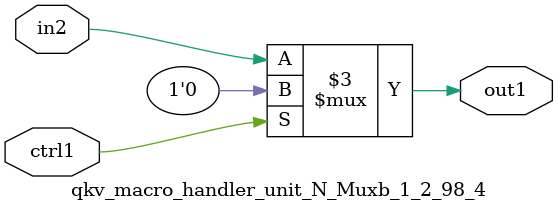
<source format=v>

`timescale 1ps / 1ps


module qkv_macro_handler_unit_N_Muxb_1_2_98_4( in2, ctrl1, out1 );

    input in2;
    input ctrl1;
    output out1;
    reg out1;

    
    // rtl_process:qkv_macro_handler_unit_N_Muxb_1_2_98_4/qkv_macro_handler_unit_N_Muxb_1_2_98_4_thread_1
    always @*
      begin : qkv_macro_handler_unit_N_Muxb_1_2_98_4_thread_1
        case (ctrl1) 
          1'b1: 
            begin
              out1 = 1'b0;
            end
          default: 
            begin
              out1 = in2;
            end
        endcase
      end

endmodule



</source>
